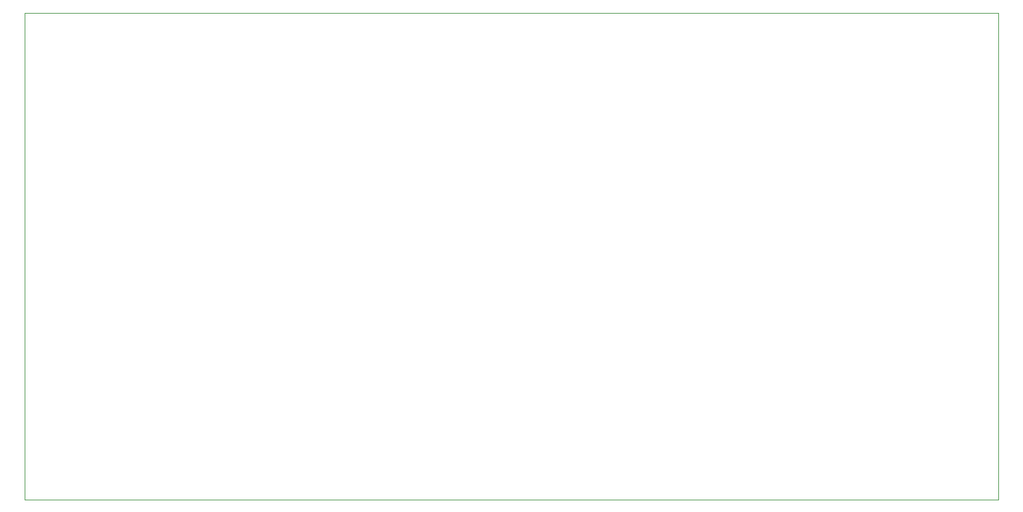
<source format=gbr>
%TF.GenerationSoftware,KiCad,Pcbnew,7.0.10*%
%TF.CreationDate,2024-02-09T16:37:34+11:00*%
%TF.ProjectId,CAN_DC_motor_driver,43414e5f-4443-45f6-9d6f-746f725f6472,0*%
%TF.SameCoordinates,Original*%
%TF.FileFunction,Profile,NP*%
%FSLAX46Y46*%
G04 Gerber Fmt 4.6, Leading zero omitted, Abs format (unit mm)*
G04 Created by KiCad (PCBNEW 7.0.10) date 2024-02-09 16:37:34*
%MOMM*%
%LPD*%
G01*
G04 APERTURE LIST*
%TA.AperFunction,Profile*%
%ADD10C,0.100000*%
%TD*%
G04 APERTURE END LIST*
D10*
X53340000Y-53340000D02*
X180340000Y-53340000D01*
X180340000Y-116840000D01*
X53340000Y-116840000D01*
X53340000Y-53340000D01*
M02*

</source>
